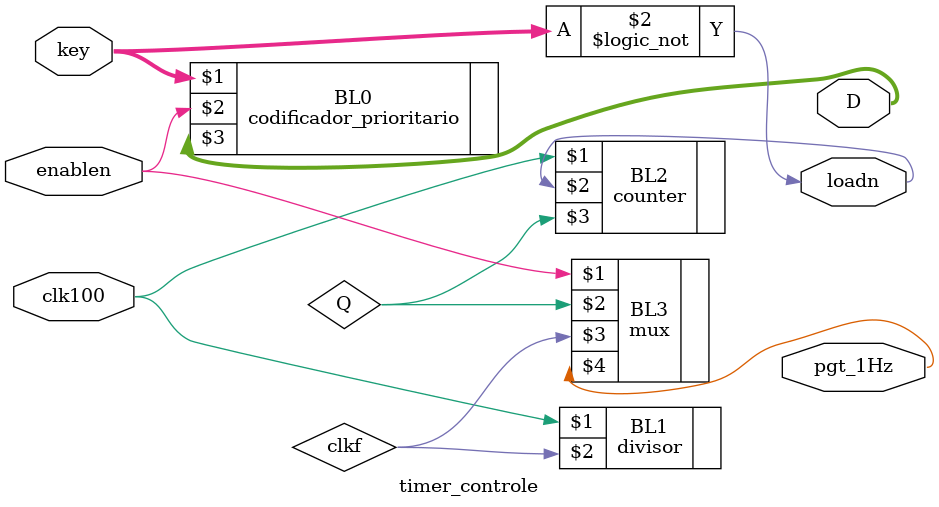
<source format=v>
`include "./nivel_2/timer_e_controle/nivel3/codificador/codificador_prioritario.v"
`include "./nivel_2/timer_e_controle/nivel3/contador_freq/div_frequencia.v"
`include "./nivel_2/timer_e_controle/nivel3/contador_nao_reciclado/contador_nao_reciclavel.v"
`include "./nivel_2/timer_e_controle/nivel3/mux/mux.v"

module timer_controle(key, enablen, clk100, D, loadn, pgt_1Hz);
        input wire [9:0] key;
        input wire enablen, clk100;
        output wire [3:0] D;
        output wire loadn, pgt_1Hz;

        wire clkf, Q;
        reg key_on;
        initial key_on = 0;

        always@(key)begin
                if(key == 10'b0000000000)
                        key_on = 1'b0;
                else
                        key_on = 1'b1;
        end

        assign loadn = ~key_on;

        codificador_prioritario BL0(key, enablen, D);
        divisor BL1(clk100,clkf);
        counter BL2(clk100, loadn, Q);
        mux BL3(enablen, Q, clkf, pgt_1Hz);
endmodule
</source>
